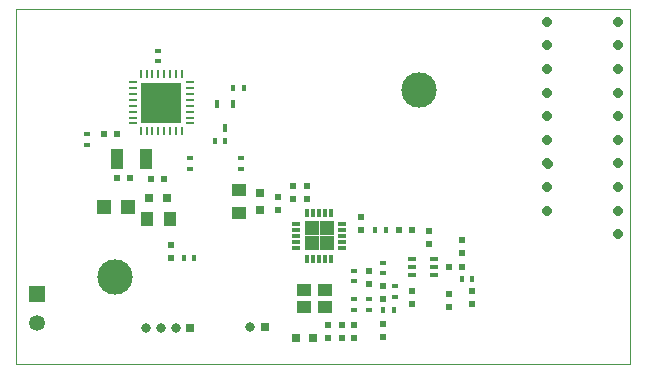
<source format=gbr>
G04 #@! TF.FileFunction,Soldermask,Top*
%FSLAX46Y46*%
G04 Gerber Fmt 4.6, Leading zero omitted, Abs format (unit mm)*
G04 Created by KiCad (PCBNEW 4.0.2+dfsg1-stable) date mer 23 gen 2019 10:30:30 CET*
%MOMM*%
G01*
G04 APERTURE LIST*
%ADD10C,0.100000*%
%ADD11C,0.863600*%
%ADD12R,0.600000X0.500000*%
%ADD13R,0.750000X0.800000*%
%ADD14R,0.800000X0.750000*%
%ADD15R,0.500000X0.600000*%
%ADD16R,1.250000X1.000000*%
%ADD17R,1.000000X1.250000*%
%ADD18R,1.198880X1.198880*%
%ADD19R,0.600000X0.400000*%
%ADD20R,0.400000X0.600000*%
%ADD21R,0.800000X0.800000*%
%ADD22O,0.800000X0.800000*%
%ADD23R,1.350000X1.350000*%
%ADD24C,1.350000*%
%ADD25R,0.457200X0.711200*%
%ADD26R,1.000000X1.800000*%
%ADD27R,0.650000X0.400000*%
%ADD28R,1.150000X1.000000*%
%ADD29R,0.730000X0.300000*%
%ADD30R,0.300000X0.730000*%
%ADD31R,1.250000X1.250000*%
%ADD32C,0.600000*%
%ADD33R,0.700000X0.250000*%
%ADD34R,0.250000X0.700000*%
%ADD35R,1.725000X1.725000*%
%ADD36C,3.000000*%
G04 APERTURE END LIST*
D10*
X173697120Y-70957440D02*
X121697120Y-70957440D01*
X173697120Y-100957440D02*
X173697120Y-70957440D01*
X121697120Y-100957440D02*
X173697120Y-100957440D01*
X121697120Y-70957440D02*
X121697120Y-100957440D01*
D11*
X166657020Y-82014060D02*
X166657020Y-82014060D01*
X166657020Y-84013040D02*
X166657020Y-84013040D01*
X166730680Y-84046060D02*
X166730680Y-84046060D01*
X166657020Y-86014560D02*
X166657020Y-86014560D01*
X166657020Y-88013540D02*
X166657020Y-88013540D01*
X172656500Y-88013540D02*
X172656500Y-88013540D01*
X172656500Y-86014560D02*
X172656500Y-86014560D01*
X172656500Y-84013040D02*
X172656500Y-84013040D01*
X172656500Y-82014060D02*
X172656500Y-82014060D01*
X172656500Y-80015080D02*
X172656500Y-80015080D01*
X172656500Y-78013560D02*
X172656500Y-78013560D01*
X172656500Y-76014580D02*
X172656500Y-76014580D01*
X172656500Y-74013060D02*
X172656500Y-74013060D01*
X172656500Y-72014080D02*
X172656500Y-72014080D01*
X166657020Y-72014080D02*
X166657020Y-72014080D01*
X166657020Y-74013060D02*
X166657020Y-74013060D01*
X166657020Y-76014580D02*
X166657020Y-76014580D01*
X166657020Y-78013560D02*
X166657020Y-78013560D01*
X166657020Y-80015080D02*
X166657020Y-80015080D01*
X172656500Y-90015060D02*
X172656500Y-90015060D01*
D12*
X159442240Y-92766960D03*
X158342240Y-92766960D03*
D13*
X142344140Y-87982300D03*
X142344140Y-86482300D03*
D14*
X134487202Y-86963456D03*
X132987202Y-86963456D03*
D15*
X156636720Y-90797280D03*
X156636720Y-89697280D03*
X145186400Y-86997440D03*
X145186400Y-85897440D03*
D14*
X145372960Y-98796920D03*
X146872960Y-98796920D03*
D15*
X146367500Y-87010140D03*
X146367500Y-85910140D03*
X150947120Y-89647840D03*
X150947120Y-88547840D03*
X150324820Y-97718600D03*
X150324820Y-98818600D03*
X149263100Y-97719780D03*
X149263100Y-98819780D03*
X151597360Y-94198340D03*
X151597360Y-93098340D03*
X152778460Y-97601760D03*
X152778460Y-98701760D03*
X152803860Y-95508980D03*
X152803860Y-94408980D03*
X148137880Y-97721140D03*
X148137880Y-98821140D03*
D16*
X140555980Y-88232300D03*
X140555980Y-86232300D03*
D15*
X143855440Y-87993400D03*
X143855440Y-86893400D03*
D12*
X155202980Y-89640220D03*
X154102980Y-89640220D03*
D15*
X158335980Y-95066840D03*
X158335980Y-96166840D03*
X155219400Y-95940780D03*
X155219400Y-94840780D03*
D17*
X134770222Y-88718596D03*
X132770222Y-88718596D03*
D15*
X159440880Y-91629220D03*
X159440880Y-90529220D03*
D12*
X134232682Y-85299756D03*
X133132682Y-85299756D03*
D15*
X160342580Y-94830620D03*
X160342580Y-95930620D03*
D12*
X131349602Y-85284516D03*
X130249602Y-85284516D03*
X129107962Y-81535476D03*
X130207962Y-81535476D03*
D15*
X134823200Y-91991080D03*
X134823200Y-90891080D03*
D18*
X131213860Y-87674260D03*
X129115820Y-87674260D03*
D19*
X150332440Y-93094620D03*
X150332440Y-93994620D03*
D20*
X153001980Y-89647840D03*
X152101980Y-89647840D03*
X160337500Y-93805820D03*
X159437500Y-93805820D03*
X153670840Y-96396620D03*
X152770840Y-96396620D03*
D19*
X151599900Y-96409320D03*
X151599900Y-95509320D03*
X153812240Y-95310340D03*
X153812240Y-94410340D03*
D21*
X136472620Y-97914460D03*
D22*
X135222620Y-97914460D03*
X133972620Y-97914460D03*
X132722620Y-97914460D03*
D23*
X123489720Y-95041720D03*
D24*
X123489720Y-97541720D03*
D21*
X142801340Y-97824100D03*
D22*
X141551340Y-97824100D03*
D25*
X140063220Y-78968600D03*
X138742420Y-78968600D03*
X139402820Y-81000600D03*
D26*
X132744382Y-83636056D03*
X130244382Y-83636056D03*
D19*
X152803860Y-93331260D03*
X152803860Y-92431260D03*
D20*
X140072540Y-77655420D03*
X140972540Y-77655420D03*
D19*
X136414362Y-83547156D03*
X136414362Y-84447156D03*
X140790782Y-83556896D03*
X140790782Y-84456896D03*
D20*
X139419602Y-82119676D03*
X138519602Y-82119676D03*
X136802280Y-91982100D03*
X135902280Y-91982100D03*
D19*
X127750422Y-81545216D03*
X127750422Y-82445216D03*
X150334980Y-96409320D03*
X150334980Y-95509320D03*
X133747362Y-75361156D03*
X133747362Y-74461156D03*
D27*
X155216820Y-92132200D03*
X155216820Y-93432200D03*
X157116820Y-92782200D03*
X155216820Y-92782200D03*
X157116820Y-93432200D03*
X157116820Y-92132200D03*
D28*
X147853340Y-94769940D03*
X146103340Y-94769940D03*
X146103340Y-96169940D03*
X147853340Y-96169940D03*
D29*
X149338180Y-91148380D03*
X149338180Y-90648380D03*
X149338180Y-90148380D03*
X149338180Y-89648380D03*
X149338180Y-89148380D03*
D30*
X148373180Y-88183380D03*
X147873180Y-88183380D03*
X147373180Y-88183380D03*
X146873180Y-88183380D03*
X146373180Y-88183380D03*
D29*
X145408180Y-89148380D03*
X145408180Y-89648380D03*
X145408180Y-90148380D03*
X145408180Y-90648380D03*
X145408180Y-91148380D03*
D30*
X146373180Y-92113380D03*
X146873180Y-92113380D03*
X147373180Y-92113380D03*
X147873180Y-92113380D03*
X148373180Y-92113380D03*
D31*
X146748180Y-89523380D03*
X146748180Y-90773380D03*
X147998180Y-89523380D03*
X147998180Y-90773380D03*
D32*
X147931980Y-90656380D03*
X146814380Y-90656380D03*
X147931980Y-89640380D03*
X146814380Y-89640380D03*
D33*
X136397722Y-80635156D03*
X136397722Y-80135156D03*
X136397722Y-79635156D03*
X136397722Y-79135156D03*
X136397722Y-78635156D03*
X136397722Y-78135156D03*
X136397722Y-77635156D03*
X136397722Y-77135156D03*
D34*
X135747722Y-76485156D03*
X135247722Y-76485156D03*
X134747722Y-76485156D03*
X134247722Y-76485156D03*
X133747722Y-76485156D03*
X133247722Y-76485156D03*
X132747722Y-76485156D03*
X132247722Y-76485156D03*
D33*
X131597722Y-77135156D03*
X131597722Y-77635156D03*
X131597722Y-78135156D03*
X131597722Y-78635156D03*
X131597722Y-79135156D03*
X131597722Y-79635156D03*
X131597722Y-80135156D03*
X131597722Y-80635156D03*
D34*
X132247722Y-81285156D03*
X132747722Y-81285156D03*
X133247722Y-81285156D03*
X133747722Y-81285156D03*
X134247722Y-81285156D03*
X134747722Y-81285156D03*
X135247722Y-81285156D03*
X135747722Y-81285156D03*
D35*
X133135222Y-78022656D03*
X133135222Y-79747656D03*
X134860222Y-78022656D03*
X134860222Y-79747656D03*
D32*
X135216922Y-80104356D03*
X133997722Y-80104356D03*
X132778522Y-80104356D03*
X135216922Y-78935956D03*
X133997722Y-78935956D03*
X132778522Y-78935956D03*
X135216922Y-77818356D03*
X133997722Y-77818356D03*
X132778522Y-77818356D03*
D36*
X130060700Y-93647260D03*
X155851860Y-77790040D03*
M02*

</source>
